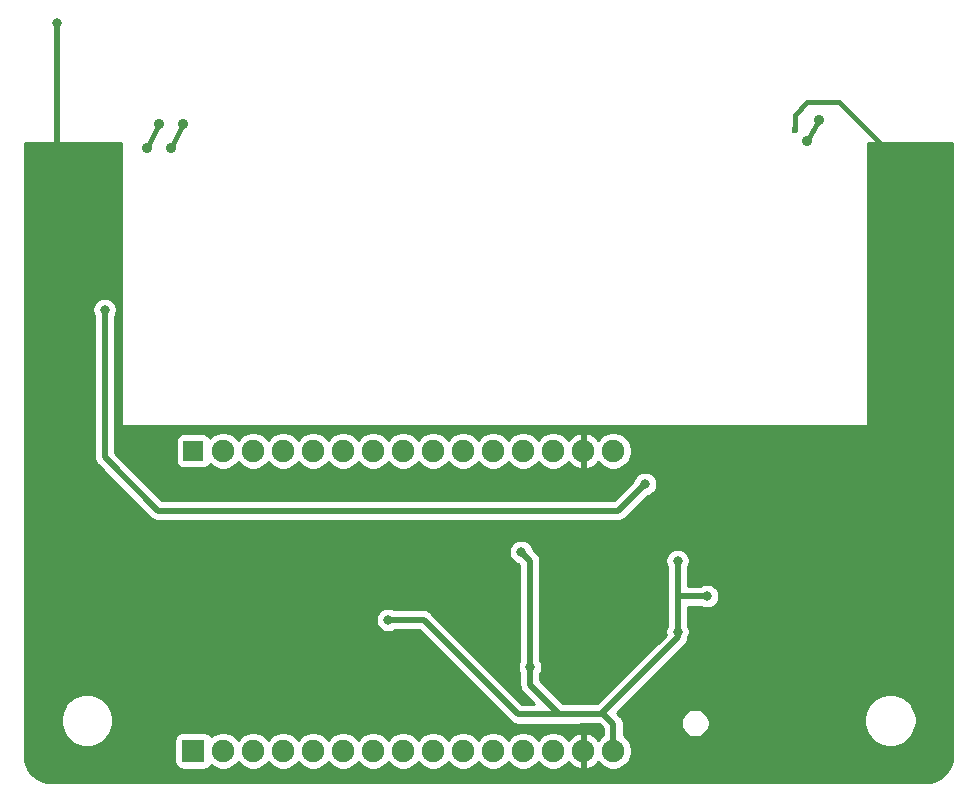
<source format=gbl>
G04 #@! TF.GenerationSoftware,KiCad,Pcbnew,(5.1.6)-1*
G04 #@! TF.CreationDate,2022-08-15T01:44:06-07:00*
G04 #@! TF.ProjectId,MFRC522 PCB ESP32,4d465243-3532-4322-9050-434220455350,rev?*
G04 #@! TF.SameCoordinates,Original*
G04 #@! TF.FileFunction,Copper,L2,Bot*
G04 #@! TF.FilePolarity,Positive*
%FSLAX46Y46*%
G04 Gerber Fmt 4.6, Leading zero omitted, Abs format (unit mm)*
G04 Created by KiCad (PCBNEW (5.1.6)-1) date 2022-08-15 01:44:06*
%MOMM*%
%LPD*%
G01*
G04 APERTURE LIST*
G04 #@! TA.AperFunction,ComponentPad*
%ADD10O,1.900000X1.900000*%
G04 #@! TD*
G04 #@! TA.AperFunction,ComponentPad*
%ADD11R,1.900000X1.900000*%
G04 #@! TD*
G04 #@! TA.AperFunction,ComponentPad*
%ADD12R,1.700000X1.700000*%
G04 #@! TD*
G04 #@! TA.AperFunction,ViaPad*
%ADD13C,0.600000*%
G04 #@! TD*
G04 #@! TA.AperFunction,ViaPad*
%ADD14C,0.800000*%
G04 #@! TD*
G04 #@! TA.AperFunction,ViaPad*
%ADD15C,0.907000*%
G04 #@! TD*
G04 #@! TA.AperFunction,Conductor*
%ADD16C,0.406000*%
G04 #@! TD*
G04 #@! TA.AperFunction,Conductor*
%ADD17C,0.381000*%
G04 #@! TD*
G04 #@! TA.AperFunction,Conductor*
%ADD18C,0.508000*%
G04 #@! TD*
G04 #@! TA.AperFunction,Conductor*
%ADD19C,0.254000*%
G04 #@! TD*
G04 APERTURE END LIST*
D10*
X227560000Y-121600000D03*
X225020000Y-121600000D03*
X222480000Y-121600000D03*
X219940000Y-121600000D03*
X217400000Y-121600000D03*
X214860000Y-121600000D03*
X212320000Y-121600000D03*
X209780000Y-121600000D03*
X207240000Y-121600000D03*
X204700000Y-121600000D03*
X202160000Y-121600000D03*
X199620000Y-121600000D03*
X197080000Y-121600000D03*
X194540000Y-121600000D03*
D11*
X192000000Y-121600000D03*
D10*
X227560000Y-96200000D03*
X225020000Y-96200000D03*
X222480000Y-96200000D03*
X219940000Y-96200000D03*
X217400000Y-96200000D03*
X214860000Y-96200000D03*
X212320000Y-96200000D03*
X209780000Y-96200000D03*
X207240000Y-96200000D03*
X204700000Y-96200000D03*
X202160000Y-96200000D03*
X199620000Y-96200000D03*
X197080000Y-96200000D03*
X194540000Y-96200000D03*
D12*
X192000000Y-96200000D03*
D13*
X189250000Y-103250000D03*
X190250000Y-103250000D03*
X190250000Y-104250000D03*
X189250000Y-104250000D03*
D14*
X227500000Y-109250000D03*
X226500000Y-109250000D03*
X225500000Y-109250000D03*
X225500000Y-108250000D03*
X226500000Y-108250000D03*
X227500000Y-108250000D03*
X227500000Y-107250000D03*
X226500000Y-107250000D03*
X225500000Y-107250000D03*
D13*
X226000000Y-103500000D03*
D15*
X191097000Y-68534000D03*
X190081000Y-70566000D03*
X243929000Y-69931000D03*
X244945000Y-68153000D03*
X189065000Y-68534000D03*
X188049000Y-70566000D03*
D13*
X242913000Y-69042000D03*
D14*
X246000000Y-109000000D03*
X246000000Y-108000000D03*
X245000000Y-108000000D03*
X244000000Y-108000000D03*
X245000000Y-109000000D03*
X243999970Y-109000000D03*
X238500000Y-103500000D03*
X235000000Y-105500012D03*
X224000000Y-116000000D03*
X231500000Y-110500000D03*
X236500000Y-113000000D03*
X218500000Y-114500000D03*
X209250000Y-105250000D03*
X180500000Y-92000000D03*
X180500000Y-76000000D03*
X180500000Y-60000000D03*
X230250000Y-101250000D03*
X225387998Y-99362002D03*
D13*
X222999968Y-111500000D03*
D14*
X184500000Y-84250000D03*
X230250000Y-99000000D03*
X235500000Y-108500000D03*
X233000006Y-105500006D03*
X233000000Y-111500000D03*
X220500000Y-114500000D03*
X219750000Y-104750000D03*
X208500000Y-110500000D03*
D16*
X190081000Y-70566000D02*
X191097000Y-68534000D01*
X189065000Y-68534000D02*
X188049000Y-70566000D01*
X244945000Y-68153000D02*
X243929000Y-69931000D01*
D17*
X242913000Y-67771995D02*
X244004560Y-66680435D01*
X252000000Y-72000000D02*
X255000000Y-72000000D01*
X242913000Y-69042000D02*
X242913000Y-67771995D01*
X244004560Y-66680435D02*
X246680435Y-66680435D01*
X246680435Y-66680435D02*
X252000000Y-72000000D01*
D18*
X180500000Y-60000000D02*
X180500000Y-92000000D01*
X184500000Y-84250000D02*
X184500000Y-84250000D01*
X189000000Y-101250000D02*
X184500000Y-96750000D01*
X230250000Y-99000000D02*
X228000000Y-101250000D01*
X184500000Y-96750000D02*
X184500000Y-84250000D01*
X228000000Y-101250000D02*
X189000000Y-101250000D01*
X233000000Y-108500000D02*
X235500000Y-108500000D01*
X233000000Y-112000000D02*
X233000000Y-111500000D01*
X235500000Y-108500000D02*
X235500000Y-108500000D01*
X233000000Y-105500012D02*
X233000012Y-105500000D01*
X233000000Y-108500000D02*
X233000000Y-105500012D01*
X233000000Y-111500000D02*
X233000000Y-108500000D01*
X226560000Y-118440000D02*
X222940000Y-118440000D01*
X222940000Y-118440000D02*
X220500000Y-116000000D01*
X220500000Y-116000000D02*
X220500000Y-114500000D01*
X220500000Y-114500000D02*
X220500000Y-114500000D01*
X226560000Y-118440000D02*
X233000000Y-112000000D01*
X220500000Y-114500000D02*
X220500000Y-105500000D01*
X220500000Y-105500000D02*
X219750000Y-104750000D01*
D17*
X219750000Y-104750000D02*
X219750000Y-104750000D01*
D18*
X208500000Y-110500000D02*
X208500000Y-110500000D01*
X226690000Y-118440000D02*
X226560000Y-118440000D01*
X227560000Y-121600000D02*
X227560000Y-119310000D01*
X227560000Y-119310000D02*
X226690000Y-118440000D01*
X219500000Y-118500000D02*
X211500000Y-110500000D01*
X224460000Y-118500000D02*
X219500000Y-118500000D01*
X211500000Y-110500000D02*
X208500000Y-110500000D01*
D19*
G36*
X185873000Y-94000000D02*
G01*
X185875440Y-94024776D01*
X185882667Y-94048601D01*
X185894403Y-94070557D01*
X185910197Y-94089803D01*
X185929443Y-94105597D01*
X185951399Y-94117333D01*
X185975224Y-94124560D01*
X186000000Y-94127000D01*
X249000000Y-94127000D01*
X249024776Y-94124560D01*
X249048601Y-94117333D01*
X249070557Y-94105597D01*
X249089803Y-94089803D01*
X249105597Y-94070557D01*
X249117333Y-94048601D01*
X249124560Y-94024776D01*
X249127000Y-94000000D01*
X249127000Y-70127000D01*
X256265000Y-70127000D01*
X256265001Y-121964043D01*
X256218406Y-122439255D01*
X256090838Y-122861781D01*
X255883631Y-123251482D01*
X255604676Y-123593513D01*
X255264601Y-123874849D01*
X254876356Y-124084771D01*
X254454737Y-124215285D01*
X253981726Y-124265000D01*
X180035947Y-124265000D01*
X179560745Y-124218406D01*
X179138219Y-124090838D01*
X178748518Y-123883631D01*
X178406487Y-123604676D01*
X178125151Y-123264601D01*
X177915229Y-122876356D01*
X177784715Y-122454737D01*
X177735000Y-121981726D01*
X177735000Y-118779872D01*
X180765000Y-118779872D01*
X180765000Y-119220128D01*
X180850890Y-119651925D01*
X181019369Y-120058669D01*
X181263962Y-120424729D01*
X181575271Y-120736038D01*
X181941331Y-120980631D01*
X182348075Y-121149110D01*
X182779872Y-121235000D01*
X183220128Y-121235000D01*
X183651925Y-121149110D01*
X184058669Y-120980631D01*
X184424729Y-120736038D01*
X184510767Y-120650000D01*
X190411928Y-120650000D01*
X190411928Y-122550000D01*
X190424188Y-122674482D01*
X190460498Y-122794180D01*
X190519463Y-122904494D01*
X190598815Y-123001185D01*
X190695506Y-123080537D01*
X190805820Y-123139502D01*
X190925518Y-123175812D01*
X191050000Y-123188072D01*
X192950000Y-123188072D01*
X193074482Y-123175812D01*
X193194180Y-123139502D01*
X193304494Y-123080537D01*
X193401185Y-123001185D01*
X193480537Y-122904494D01*
X193523182Y-122824711D01*
X193529621Y-122831150D01*
X193789221Y-123004609D01*
X194077673Y-123124089D01*
X194383891Y-123185000D01*
X194696109Y-123185000D01*
X195002327Y-123124089D01*
X195290779Y-123004609D01*
X195550379Y-122831150D01*
X195771150Y-122610379D01*
X195810000Y-122552236D01*
X195848850Y-122610379D01*
X196069621Y-122831150D01*
X196329221Y-123004609D01*
X196617673Y-123124089D01*
X196923891Y-123185000D01*
X197236109Y-123185000D01*
X197542327Y-123124089D01*
X197830779Y-123004609D01*
X198090379Y-122831150D01*
X198311150Y-122610379D01*
X198350000Y-122552236D01*
X198388850Y-122610379D01*
X198609621Y-122831150D01*
X198869221Y-123004609D01*
X199157673Y-123124089D01*
X199463891Y-123185000D01*
X199776109Y-123185000D01*
X200082327Y-123124089D01*
X200370779Y-123004609D01*
X200630379Y-122831150D01*
X200851150Y-122610379D01*
X200890000Y-122552236D01*
X200928850Y-122610379D01*
X201149621Y-122831150D01*
X201409221Y-123004609D01*
X201697673Y-123124089D01*
X202003891Y-123185000D01*
X202316109Y-123185000D01*
X202622327Y-123124089D01*
X202910779Y-123004609D01*
X203170379Y-122831150D01*
X203391150Y-122610379D01*
X203430000Y-122552236D01*
X203468850Y-122610379D01*
X203689621Y-122831150D01*
X203949221Y-123004609D01*
X204237673Y-123124089D01*
X204543891Y-123185000D01*
X204856109Y-123185000D01*
X205162327Y-123124089D01*
X205450779Y-123004609D01*
X205710379Y-122831150D01*
X205931150Y-122610379D01*
X205970000Y-122552236D01*
X206008850Y-122610379D01*
X206229621Y-122831150D01*
X206489221Y-123004609D01*
X206777673Y-123124089D01*
X207083891Y-123185000D01*
X207396109Y-123185000D01*
X207702327Y-123124089D01*
X207990779Y-123004609D01*
X208250379Y-122831150D01*
X208471150Y-122610379D01*
X208510000Y-122552236D01*
X208548850Y-122610379D01*
X208769621Y-122831150D01*
X209029221Y-123004609D01*
X209317673Y-123124089D01*
X209623891Y-123185000D01*
X209936109Y-123185000D01*
X210242327Y-123124089D01*
X210530779Y-123004609D01*
X210790379Y-122831150D01*
X211011150Y-122610379D01*
X211050000Y-122552236D01*
X211088850Y-122610379D01*
X211309621Y-122831150D01*
X211569221Y-123004609D01*
X211857673Y-123124089D01*
X212163891Y-123185000D01*
X212476109Y-123185000D01*
X212782327Y-123124089D01*
X213070779Y-123004609D01*
X213330379Y-122831150D01*
X213551150Y-122610379D01*
X213590000Y-122552236D01*
X213628850Y-122610379D01*
X213849621Y-122831150D01*
X214109221Y-123004609D01*
X214397673Y-123124089D01*
X214703891Y-123185000D01*
X215016109Y-123185000D01*
X215322327Y-123124089D01*
X215610779Y-123004609D01*
X215870379Y-122831150D01*
X216091150Y-122610379D01*
X216130000Y-122552236D01*
X216168850Y-122610379D01*
X216389621Y-122831150D01*
X216649221Y-123004609D01*
X216937673Y-123124089D01*
X217243891Y-123185000D01*
X217556109Y-123185000D01*
X217862327Y-123124089D01*
X218150779Y-123004609D01*
X218410379Y-122831150D01*
X218631150Y-122610379D01*
X218670000Y-122552236D01*
X218708850Y-122610379D01*
X218929621Y-122831150D01*
X219189221Y-123004609D01*
X219477673Y-123124089D01*
X219783891Y-123185000D01*
X220096109Y-123185000D01*
X220402327Y-123124089D01*
X220690779Y-123004609D01*
X220950379Y-122831150D01*
X221171150Y-122610379D01*
X221210000Y-122552236D01*
X221248850Y-122610379D01*
X221469621Y-122831150D01*
X221729221Y-123004609D01*
X222017673Y-123124089D01*
X222323891Y-123185000D01*
X222636109Y-123185000D01*
X222942327Y-123124089D01*
X223230779Y-123004609D01*
X223490379Y-122831150D01*
X223711150Y-122610379D01*
X223752448Y-122548572D01*
X223946044Y-122765702D01*
X224194097Y-122952822D01*
X224473889Y-123087954D01*
X224647412Y-123140586D01*
X224893000Y-123020584D01*
X224893000Y-121727000D01*
X224873000Y-121727000D01*
X224873000Y-121473000D01*
X224893000Y-121473000D01*
X224893000Y-120179416D01*
X224647412Y-120059414D01*
X224473889Y-120112046D01*
X224194097Y-120247178D01*
X223946044Y-120434298D01*
X223752448Y-120651428D01*
X223711150Y-120589621D01*
X223490379Y-120368850D01*
X223230779Y-120195391D01*
X222942327Y-120075911D01*
X222636109Y-120015000D01*
X222323891Y-120015000D01*
X222017673Y-120075911D01*
X221729221Y-120195391D01*
X221469621Y-120368850D01*
X221248850Y-120589621D01*
X221210000Y-120647764D01*
X221171150Y-120589621D01*
X220950379Y-120368850D01*
X220690779Y-120195391D01*
X220402327Y-120075911D01*
X220096109Y-120015000D01*
X219783891Y-120015000D01*
X219477673Y-120075911D01*
X219189221Y-120195391D01*
X218929621Y-120368850D01*
X218708850Y-120589621D01*
X218670000Y-120647764D01*
X218631150Y-120589621D01*
X218410379Y-120368850D01*
X218150779Y-120195391D01*
X217862327Y-120075911D01*
X217556109Y-120015000D01*
X217243891Y-120015000D01*
X216937673Y-120075911D01*
X216649221Y-120195391D01*
X216389621Y-120368850D01*
X216168850Y-120589621D01*
X216130000Y-120647764D01*
X216091150Y-120589621D01*
X215870379Y-120368850D01*
X215610779Y-120195391D01*
X215322327Y-120075911D01*
X215016109Y-120015000D01*
X214703891Y-120015000D01*
X214397673Y-120075911D01*
X214109221Y-120195391D01*
X213849621Y-120368850D01*
X213628850Y-120589621D01*
X213590000Y-120647764D01*
X213551150Y-120589621D01*
X213330379Y-120368850D01*
X213070779Y-120195391D01*
X212782327Y-120075911D01*
X212476109Y-120015000D01*
X212163891Y-120015000D01*
X211857673Y-120075911D01*
X211569221Y-120195391D01*
X211309621Y-120368850D01*
X211088850Y-120589621D01*
X211050000Y-120647764D01*
X211011150Y-120589621D01*
X210790379Y-120368850D01*
X210530779Y-120195391D01*
X210242327Y-120075911D01*
X209936109Y-120015000D01*
X209623891Y-120015000D01*
X209317673Y-120075911D01*
X209029221Y-120195391D01*
X208769621Y-120368850D01*
X208548850Y-120589621D01*
X208510000Y-120647764D01*
X208471150Y-120589621D01*
X208250379Y-120368850D01*
X207990779Y-120195391D01*
X207702327Y-120075911D01*
X207396109Y-120015000D01*
X207083891Y-120015000D01*
X206777673Y-120075911D01*
X206489221Y-120195391D01*
X206229621Y-120368850D01*
X206008850Y-120589621D01*
X205970000Y-120647764D01*
X205931150Y-120589621D01*
X205710379Y-120368850D01*
X205450779Y-120195391D01*
X205162327Y-120075911D01*
X204856109Y-120015000D01*
X204543891Y-120015000D01*
X204237673Y-120075911D01*
X203949221Y-120195391D01*
X203689621Y-120368850D01*
X203468850Y-120589621D01*
X203430000Y-120647764D01*
X203391150Y-120589621D01*
X203170379Y-120368850D01*
X202910779Y-120195391D01*
X202622327Y-120075911D01*
X202316109Y-120015000D01*
X202003891Y-120015000D01*
X201697673Y-120075911D01*
X201409221Y-120195391D01*
X201149621Y-120368850D01*
X200928850Y-120589621D01*
X200890000Y-120647764D01*
X200851150Y-120589621D01*
X200630379Y-120368850D01*
X200370779Y-120195391D01*
X200082327Y-120075911D01*
X199776109Y-120015000D01*
X199463891Y-120015000D01*
X199157673Y-120075911D01*
X198869221Y-120195391D01*
X198609621Y-120368850D01*
X198388850Y-120589621D01*
X198350000Y-120647764D01*
X198311150Y-120589621D01*
X198090379Y-120368850D01*
X197830779Y-120195391D01*
X197542327Y-120075911D01*
X197236109Y-120015000D01*
X196923891Y-120015000D01*
X196617673Y-120075911D01*
X196329221Y-120195391D01*
X196069621Y-120368850D01*
X195848850Y-120589621D01*
X195810000Y-120647764D01*
X195771150Y-120589621D01*
X195550379Y-120368850D01*
X195290779Y-120195391D01*
X195002327Y-120075911D01*
X194696109Y-120015000D01*
X194383891Y-120015000D01*
X194077673Y-120075911D01*
X193789221Y-120195391D01*
X193529621Y-120368850D01*
X193523182Y-120375289D01*
X193480537Y-120295506D01*
X193401185Y-120198815D01*
X193304494Y-120119463D01*
X193194180Y-120060498D01*
X193074482Y-120024188D01*
X192950000Y-120011928D01*
X191050000Y-120011928D01*
X190925518Y-120024188D01*
X190805820Y-120060498D01*
X190695506Y-120119463D01*
X190598815Y-120198815D01*
X190519463Y-120295506D01*
X190460498Y-120405820D01*
X190424188Y-120525518D01*
X190411928Y-120650000D01*
X184510767Y-120650000D01*
X184736038Y-120424729D01*
X184980631Y-120058669D01*
X185149110Y-119651925D01*
X185235000Y-119220128D01*
X185235000Y-118779872D01*
X185149110Y-118348075D01*
X184980631Y-117941331D01*
X184736038Y-117575271D01*
X184424729Y-117263962D01*
X184058669Y-117019369D01*
X183651925Y-116850890D01*
X183220128Y-116765000D01*
X182779872Y-116765000D01*
X182348075Y-116850890D01*
X181941331Y-117019369D01*
X181575271Y-117263962D01*
X181263962Y-117575271D01*
X181019369Y-117941331D01*
X180850890Y-118348075D01*
X180765000Y-118779872D01*
X177735000Y-118779872D01*
X177735000Y-110398061D01*
X207465000Y-110398061D01*
X207465000Y-110601939D01*
X207504774Y-110801898D01*
X207582795Y-110990256D01*
X207696063Y-111159774D01*
X207840226Y-111303937D01*
X208009744Y-111417205D01*
X208198102Y-111495226D01*
X208398061Y-111535000D01*
X208601939Y-111535000D01*
X208801898Y-111495226D01*
X208990256Y-111417205D01*
X209032468Y-111389000D01*
X211131765Y-111389000D01*
X218840506Y-119097742D01*
X218868341Y-119131659D01*
X219003709Y-119242753D01*
X219158149Y-119325303D01*
X219224058Y-119345296D01*
X219325724Y-119376136D01*
X219358924Y-119379406D01*
X219456333Y-119389000D01*
X219456339Y-119389000D01*
X219499999Y-119393300D01*
X219543659Y-119389000D01*
X224503667Y-119389000D01*
X224634274Y-119376136D01*
X224789663Y-119329000D01*
X226321765Y-119329000D01*
X226671001Y-119678237D01*
X226671001Y-120287747D01*
X226549621Y-120368850D01*
X226328850Y-120589621D01*
X226287552Y-120651428D01*
X226093956Y-120434298D01*
X225845903Y-120247178D01*
X225566111Y-120112046D01*
X225392588Y-120059414D01*
X225147000Y-120179416D01*
X225147000Y-121473000D01*
X225167000Y-121473000D01*
X225167000Y-121727000D01*
X225147000Y-121727000D01*
X225147000Y-123020584D01*
X225392588Y-123140586D01*
X225566111Y-123087954D01*
X225845903Y-122952822D01*
X226093956Y-122765702D01*
X226287552Y-122548572D01*
X226328850Y-122610379D01*
X226549621Y-122831150D01*
X226809221Y-123004609D01*
X227097673Y-123124089D01*
X227403891Y-123185000D01*
X227716109Y-123185000D01*
X228022327Y-123124089D01*
X228310779Y-123004609D01*
X228570379Y-122831150D01*
X228791150Y-122610379D01*
X228964609Y-122350779D01*
X229084089Y-122062327D01*
X229145000Y-121756109D01*
X229145000Y-121443891D01*
X229084089Y-121137673D01*
X228964609Y-120849221D01*
X228791150Y-120589621D01*
X228570379Y-120368850D01*
X228449000Y-120287747D01*
X228449000Y-119353660D01*
X228453300Y-119310000D01*
X228449000Y-119266340D01*
X228449000Y-119266333D01*
X228436136Y-119135726D01*
X228434903Y-119131659D01*
X228434621Y-119130727D01*
X233289000Y-119130727D01*
X233289000Y-119369273D01*
X233335538Y-119603236D01*
X233426825Y-119823624D01*
X233559354Y-120021968D01*
X233728032Y-120190646D01*
X233926376Y-120323175D01*
X234146764Y-120414462D01*
X234380727Y-120461000D01*
X234619273Y-120461000D01*
X234853236Y-120414462D01*
X235073624Y-120323175D01*
X235271968Y-120190646D01*
X235440646Y-120021968D01*
X235573175Y-119823624D01*
X235664462Y-119603236D01*
X235711000Y-119369273D01*
X235711000Y-119130727D01*
X235664462Y-118896764D01*
X235616045Y-118779872D01*
X248765000Y-118779872D01*
X248765000Y-119220128D01*
X248850890Y-119651925D01*
X249019369Y-120058669D01*
X249263962Y-120424729D01*
X249575271Y-120736038D01*
X249941331Y-120980631D01*
X250348075Y-121149110D01*
X250779872Y-121235000D01*
X251220128Y-121235000D01*
X251651925Y-121149110D01*
X252058669Y-120980631D01*
X252424729Y-120736038D01*
X252736038Y-120424729D01*
X252980631Y-120058669D01*
X253149110Y-119651925D01*
X253235000Y-119220128D01*
X253235000Y-118779872D01*
X253149110Y-118348075D01*
X252980631Y-117941331D01*
X252736038Y-117575271D01*
X252424729Y-117263962D01*
X252058669Y-117019369D01*
X251651925Y-116850890D01*
X251220128Y-116765000D01*
X250779872Y-116765000D01*
X250348075Y-116850890D01*
X249941331Y-117019369D01*
X249575271Y-117263962D01*
X249263962Y-117575271D01*
X249019369Y-117941331D01*
X248850890Y-118348075D01*
X248765000Y-118779872D01*
X235616045Y-118779872D01*
X235573175Y-118676376D01*
X235440646Y-118478032D01*
X235271968Y-118309354D01*
X235073624Y-118176825D01*
X234853236Y-118085538D01*
X234619273Y-118039000D01*
X234380727Y-118039000D01*
X234146764Y-118085538D01*
X233926376Y-118176825D01*
X233728032Y-118309354D01*
X233559354Y-118478032D01*
X233426825Y-118676376D01*
X233335538Y-118896764D01*
X233289000Y-119130727D01*
X228434621Y-119130727D01*
X228406413Y-119037740D01*
X228385303Y-118968149D01*
X228302753Y-118813709D01*
X228191659Y-118678341D01*
X228157741Y-118650505D01*
X227882235Y-118375000D01*
X233597737Y-112659498D01*
X233631659Y-112631659D01*
X233742753Y-112496291D01*
X233825303Y-112341851D01*
X233855364Y-112242753D01*
X233876136Y-112174276D01*
X233880333Y-112131659D01*
X233889000Y-112043667D01*
X233889000Y-112043661D01*
X233890293Y-112030533D01*
X233917205Y-111990256D01*
X233995226Y-111801898D01*
X234035000Y-111601939D01*
X234035000Y-111398061D01*
X233995226Y-111198102D01*
X233917205Y-111009744D01*
X233889000Y-110967532D01*
X233889000Y-109389000D01*
X234967532Y-109389000D01*
X235009744Y-109417205D01*
X235198102Y-109495226D01*
X235398061Y-109535000D01*
X235601939Y-109535000D01*
X235801898Y-109495226D01*
X235990256Y-109417205D01*
X236159774Y-109303937D01*
X236303937Y-109159774D01*
X236417205Y-108990256D01*
X236495226Y-108801898D01*
X236535000Y-108601939D01*
X236535000Y-108398061D01*
X236495226Y-108198102D01*
X236417205Y-108009744D01*
X236303937Y-107840226D01*
X236159774Y-107696063D01*
X235990256Y-107582795D01*
X235801898Y-107504774D01*
X235601939Y-107465000D01*
X235398061Y-107465000D01*
X235198102Y-107504774D01*
X235009744Y-107582795D01*
X234967532Y-107611000D01*
X233889000Y-107611000D01*
X233889000Y-106032483D01*
X233917211Y-105990262D01*
X233995232Y-105801904D01*
X234035006Y-105601945D01*
X234035006Y-105398067D01*
X233995232Y-105198108D01*
X233917211Y-105009750D01*
X233803943Y-104840232D01*
X233659780Y-104696069D01*
X233490262Y-104582801D01*
X233301904Y-104504780D01*
X233101945Y-104465006D01*
X232898067Y-104465006D01*
X232698108Y-104504780D01*
X232509750Y-104582801D01*
X232340232Y-104696069D01*
X232196069Y-104840232D01*
X232082801Y-105009750D01*
X232004780Y-105198108D01*
X231965006Y-105398067D01*
X231965006Y-105601945D01*
X232004780Y-105801904D01*
X232082801Y-105990262D01*
X232111001Y-106032466D01*
X232111000Y-108456332D01*
X232106699Y-108500000D01*
X232111001Y-108543677D01*
X232111000Y-110967532D01*
X232082795Y-111009744D01*
X232004774Y-111198102D01*
X231965000Y-111398061D01*
X231965000Y-111601939D01*
X231994171Y-111748594D01*
X226191765Y-117551000D01*
X223308236Y-117551000D01*
X221389000Y-115631765D01*
X221389000Y-115032468D01*
X221417205Y-114990256D01*
X221495226Y-114801898D01*
X221535000Y-114601939D01*
X221535000Y-114398061D01*
X221495226Y-114198102D01*
X221417205Y-114009744D01*
X221389000Y-113967532D01*
X221389000Y-105543659D01*
X221393300Y-105499999D01*
X221389000Y-105456339D01*
X221389000Y-105456333D01*
X221376136Y-105325726D01*
X221376136Y-105325724D01*
X221337424Y-105198108D01*
X221325303Y-105158149D01*
X221242753Y-105003709D01*
X221131659Y-104868341D01*
X221097741Y-104840505D01*
X220755130Y-104497895D01*
X220745226Y-104448102D01*
X220667205Y-104259744D01*
X220553937Y-104090226D01*
X220409774Y-103946063D01*
X220240256Y-103832795D01*
X220051898Y-103754774D01*
X219851939Y-103715000D01*
X219648061Y-103715000D01*
X219448102Y-103754774D01*
X219259744Y-103832795D01*
X219090226Y-103946063D01*
X218946063Y-104090226D01*
X218832795Y-104259744D01*
X218754774Y-104448102D01*
X218715000Y-104648061D01*
X218715000Y-104851939D01*
X218754774Y-105051898D01*
X218832795Y-105240256D01*
X218946063Y-105409774D01*
X219090226Y-105553937D01*
X219259744Y-105667205D01*
X219448102Y-105745226D01*
X219497895Y-105755130D01*
X219611001Y-105868237D01*
X219611000Y-113967532D01*
X219582795Y-114009744D01*
X219504774Y-114198102D01*
X219465000Y-114398061D01*
X219465000Y-114601939D01*
X219504774Y-114801898D01*
X219582795Y-114990256D01*
X219611001Y-115032469D01*
X219611000Y-115956340D01*
X219606700Y-116000000D01*
X219611000Y-116043660D01*
X219611000Y-116043666D01*
X219623864Y-116174273D01*
X219674697Y-116341850D01*
X219757247Y-116496290D01*
X219868341Y-116631659D01*
X219902264Y-116659499D01*
X220853765Y-117611000D01*
X219868236Y-117611000D01*
X212159499Y-109902264D01*
X212131659Y-109868341D01*
X211996291Y-109757247D01*
X211841851Y-109674697D01*
X211674274Y-109623864D01*
X211543667Y-109611000D01*
X211543660Y-109611000D01*
X211500000Y-109606700D01*
X211456340Y-109611000D01*
X209032468Y-109611000D01*
X208990256Y-109582795D01*
X208801898Y-109504774D01*
X208601939Y-109465000D01*
X208398061Y-109465000D01*
X208198102Y-109504774D01*
X208009744Y-109582795D01*
X207840226Y-109696063D01*
X207696063Y-109840226D01*
X207582795Y-110009744D01*
X207504774Y-110198102D01*
X207465000Y-110398061D01*
X177735000Y-110398061D01*
X177735000Y-84148061D01*
X183465000Y-84148061D01*
X183465000Y-84351939D01*
X183504774Y-84551898D01*
X183582795Y-84740256D01*
X183611001Y-84782469D01*
X183611000Y-96706340D01*
X183606700Y-96750000D01*
X183611000Y-96793660D01*
X183611000Y-96793666D01*
X183623864Y-96924273D01*
X183674697Y-97091850D01*
X183757247Y-97246290D01*
X183868341Y-97381659D01*
X183902264Y-97409499D01*
X188340506Y-101847742D01*
X188368341Y-101881659D01*
X188503709Y-101992753D01*
X188658149Y-102075303D01*
X188752758Y-102104002D01*
X188825725Y-102126136D01*
X188844073Y-102127943D01*
X188956333Y-102139000D01*
X188956339Y-102139000D01*
X188999999Y-102143300D01*
X189043659Y-102139000D01*
X227956340Y-102139000D01*
X228000000Y-102143300D01*
X228043660Y-102139000D01*
X228043667Y-102139000D01*
X228174274Y-102126136D01*
X228341851Y-102075303D01*
X228496291Y-101992753D01*
X228631659Y-101881659D01*
X228659499Y-101847736D01*
X230502106Y-100005130D01*
X230551898Y-99995226D01*
X230740256Y-99917205D01*
X230909774Y-99803937D01*
X231053937Y-99659774D01*
X231167205Y-99490256D01*
X231245226Y-99301898D01*
X231285000Y-99101939D01*
X231285000Y-98898061D01*
X231245226Y-98698102D01*
X231167205Y-98509744D01*
X231053937Y-98340226D01*
X230909774Y-98196063D01*
X230740256Y-98082795D01*
X230551898Y-98004774D01*
X230351939Y-97965000D01*
X230148061Y-97965000D01*
X229948102Y-98004774D01*
X229759744Y-98082795D01*
X229590226Y-98196063D01*
X229446063Y-98340226D01*
X229332795Y-98509744D01*
X229254774Y-98698102D01*
X229244870Y-98747894D01*
X227631765Y-100361000D01*
X189368236Y-100361000D01*
X185389000Y-96381765D01*
X185389000Y-95350000D01*
X190511928Y-95350000D01*
X190511928Y-97050000D01*
X190524188Y-97174482D01*
X190560498Y-97294180D01*
X190619463Y-97404494D01*
X190698815Y-97501185D01*
X190795506Y-97580537D01*
X190905820Y-97639502D01*
X191025518Y-97675812D01*
X191150000Y-97688072D01*
X192850000Y-97688072D01*
X192974482Y-97675812D01*
X193094180Y-97639502D01*
X193204494Y-97580537D01*
X193301185Y-97501185D01*
X193380537Y-97404494D01*
X193423182Y-97324711D01*
X193529621Y-97431150D01*
X193789221Y-97604609D01*
X194077673Y-97724089D01*
X194383891Y-97785000D01*
X194696109Y-97785000D01*
X195002327Y-97724089D01*
X195290779Y-97604609D01*
X195550379Y-97431150D01*
X195771150Y-97210379D01*
X195810000Y-97152236D01*
X195848850Y-97210379D01*
X196069621Y-97431150D01*
X196329221Y-97604609D01*
X196617673Y-97724089D01*
X196923891Y-97785000D01*
X197236109Y-97785000D01*
X197542327Y-97724089D01*
X197830779Y-97604609D01*
X198090379Y-97431150D01*
X198311150Y-97210379D01*
X198350000Y-97152236D01*
X198388850Y-97210379D01*
X198609621Y-97431150D01*
X198869221Y-97604609D01*
X199157673Y-97724089D01*
X199463891Y-97785000D01*
X199776109Y-97785000D01*
X200082327Y-97724089D01*
X200370779Y-97604609D01*
X200630379Y-97431150D01*
X200851150Y-97210379D01*
X200890000Y-97152236D01*
X200928850Y-97210379D01*
X201149621Y-97431150D01*
X201409221Y-97604609D01*
X201697673Y-97724089D01*
X202003891Y-97785000D01*
X202316109Y-97785000D01*
X202622327Y-97724089D01*
X202910779Y-97604609D01*
X203170379Y-97431150D01*
X203391150Y-97210379D01*
X203430000Y-97152236D01*
X203468850Y-97210379D01*
X203689621Y-97431150D01*
X203949221Y-97604609D01*
X204237673Y-97724089D01*
X204543891Y-97785000D01*
X204856109Y-97785000D01*
X205162327Y-97724089D01*
X205450779Y-97604609D01*
X205710379Y-97431150D01*
X205931150Y-97210379D01*
X205970000Y-97152236D01*
X206008850Y-97210379D01*
X206229621Y-97431150D01*
X206489221Y-97604609D01*
X206777673Y-97724089D01*
X207083891Y-97785000D01*
X207396109Y-97785000D01*
X207702327Y-97724089D01*
X207990779Y-97604609D01*
X208250379Y-97431150D01*
X208471150Y-97210379D01*
X208510000Y-97152236D01*
X208548850Y-97210379D01*
X208769621Y-97431150D01*
X209029221Y-97604609D01*
X209317673Y-97724089D01*
X209623891Y-97785000D01*
X209936109Y-97785000D01*
X210242327Y-97724089D01*
X210530779Y-97604609D01*
X210790379Y-97431150D01*
X211011150Y-97210379D01*
X211050000Y-97152236D01*
X211088850Y-97210379D01*
X211309621Y-97431150D01*
X211569221Y-97604609D01*
X211857673Y-97724089D01*
X212163891Y-97785000D01*
X212476109Y-97785000D01*
X212782327Y-97724089D01*
X213070779Y-97604609D01*
X213330379Y-97431150D01*
X213551150Y-97210379D01*
X213590000Y-97152236D01*
X213628850Y-97210379D01*
X213849621Y-97431150D01*
X214109221Y-97604609D01*
X214397673Y-97724089D01*
X214703891Y-97785000D01*
X215016109Y-97785000D01*
X215322327Y-97724089D01*
X215610779Y-97604609D01*
X215870379Y-97431150D01*
X216091150Y-97210379D01*
X216130000Y-97152236D01*
X216168850Y-97210379D01*
X216389621Y-97431150D01*
X216649221Y-97604609D01*
X216937673Y-97724089D01*
X217243891Y-97785000D01*
X217556109Y-97785000D01*
X217862327Y-97724089D01*
X218150779Y-97604609D01*
X218410379Y-97431150D01*
X218631150Y-97210379D01*
X218670000Y-97152236D01*
X218708850Y-97210379D01*
X218929621Y-97431150D01*
X219189221Y-97604609D01*
X219477673Y-97724089D01*
X219783891Y-97785000D01*
X220096109Y-97785000D01*
X220402327Y-97724089D01*
X220690779Y-97604609D01*
X220950379Y-97431150D01*
X221171150Y-97210379D01*
X221210000Y-97152236D01*
X221248850Y-97210379D01*
X221469621Y-97431150D01*
X221729221Y-97604609D01*
X222017673Y-97724089D01*
X222323891Y-97785000D01*
X222636109Y-97785000D01*
X222942327Y-97724089D01*
X223230779Y-97604609D01*
X223490379Y-97431150D01*
X223711150Y-97210379D01*
X223752448Y-97148572D01*
X223946044Y-97365702D01*
X224194097Y-97552822D01*
X224473889Y-97687954D01*
X224647412Y-97740586D01*
X224893000Y-97620584D01*
X224893000Y-96327000D01*
X224873000Y-96327000D01*
X224873000Y-96073000D01*
X224893000Y-96073000D01*
X224893000Y-94779416D01*
X225147000Y-94779416D01*
X225147000Y-96073000D01*
X225167000Y-96073000D01*
X225167000Y-96327000D01*
X225147000Y-96327000D01*
X225147000Y-97620584D01*
X225392588Y-97740586D01*
X225566111Y-97687954D01*
X225845903Y-97552822D01*
X226093956Y-97365702D01*
X226287552Y-97148572D01*
X226328850Y-97210379D01*
X226549621Y-97431150D01*
X226809221Y-97604609D01*
X227097673Y-97724089D01*
X227403891Y-97785000D01*
X227716109Y-97785000D01*
X228022327Y-97724089D01*
X228310779Y-97604609D01*
X228570379Y-97431150D01*
X228791150Y-97210379D01*
X228964609Y-96950779D01*
X229084089Y-96662327D01*
X229145000Y-96356109D01*
X229145000Y-96043891D01*
X229084089Y-95737673D01*
X228964609Y-95449221D01*
X228791150Y-95189621D01*
X228570379Y-94968850D01*
X228310779Y-94795391D01*
X228022327Y-94675911D01*
X227716109Y-94615000D01*
X227403891Y-94615000D01*
X227097673Y-94675911D01*
X226809221Y-94795391D01*
X226549621Y-94968850D01*
X226328850Y-95189621D01*
X226287552Y-95251428D01*
X226093956Y-95034298D01*
X225845903Y-94847178D01*
X225566111Y-94712046D01*
X225392588Y-94659414D01*
X225147000Y-94779416D01*
X224893000Y-94779416D01*
X224647412Y-94659414D01*
X224473889Y-94712046D01*
X224194097Y-94847178D01*
X223946044Y-95034298D01*
X223752448Y-95251428D01*
X223711150Y-95189621D01*
X223490379Y-94968850D01*
X223230779Y-94795391D01*
X222942327Y-94675911D01*
X222636109Y-94615000D01*
X222323891Y-94615000D01*
X222017673Y-94675911D01*
X221729221Y-94795391D01*
X221469621Y-94968850D01*
X221248850Y-95189621D01*
X221210000Y-95247764D01*
X221171150Y-95189621D01*
X220950379Y-94968850D01*
X220690779Y-94795391D01*
X220402327Y-94675911D01*
X220096109Y-94615000D01*
X219783891Y-94615000D01*
X219477673Y-94675911D01*
X219189221Y-94795391D01*
X218929621Y-94968850D01*
X218708850Y-95189621D01*
X218670000Y-95247764D01*
X218631150Y-95189621D01*
X218410379Y-94968850D01*
X218150779Y-94795391D01*
X217862327Y-94675911D01*
X217556109Y-94615000D01*
X217243891Y-94615000D01*
X216937673Y-94675911D01*
X216649221Y-94795391D01*
X216389621Y-94968850D01*
X216168850Y-95189621D01*
X216130000Y-95247764D01*
X216091150Y-95189621D01*
X215870379Y-94968850D01*
X215610779Y-94795391D01*
X215322327Y-94675911D01*
X215016109Y-94615000D01*
X214703891Y-94615000D01*
X214397673Y-94675911D01*
X214109221Y-94795391D01*
X213849621Y-94968850D01*
X213628850Y-95189621D01*
X213590000Y-95247764D01*
X213551150Y-95189621D01*
X213330379Y-94968850D01*
X213070779Y-94795391D01*
X212782327Y-94675911D01*
X212476109Y-94615000D01*
X212163891Y-94615000D01*
X211857673Y-94675911D01*
X211569221Y-94795391D01*
X211309621Y-94968850D01*
X211088850Y-95189621D01*
X211050000Y-95247764D01*
X211011150Y-95189621D01*
X210790379Y-94968850D01*
X210530779Y-94795391D01*
X210242327Y-94675911D01*
X209936109Y-94615000D01*
X209623891Y-94615000D01*
X209317673Y-94675911D01*
X209029221Y-94795391D01*
X208769621Y-94968850D01*
X208548850Y-95189621D01*
X208510000Y-95247764D01*
X208471150Y-95189621D01*
X208250379Y-94968850D01*
X207990779Y-94795391D01*
X207702327Y-94675911D01*
X207396109Y-94615000D01*
X207083891Y-94615000D01*
X206777673Y-94675911D01*
X206489221Y-94795391D01*
X206229621Y-94968850D01*
X206008850Y-95189621D01*
X205970000Y-95247764D01*
X205931150Y-95189621D01*
X205710379Y-94968850D01*
X205450779Y-94795391D01*
X205162327Y-94675911D01*
X204856109Y-94615000D01*
X204543891Y-94615000D01*
X204237673Y-94675911D01*
X203949221Y-94795391D01*
X203689621Y-94968850D01*
X203468850Y-95189621D01*
X203430000Y-95247764D01*
X203391150Y-95189621D01*
X203170379Y-94968850D01*
X202910779Y-94795391D01*
X202622327Y-94675911D01*
X202316109Y-94615000D01*
X202003891Y-94615000D01*
X201697673Y-94675911D01*
X201409221Y-94795391D01*
X201149621Y-94968850D01*
X200928850Y-95189621D01*
X200890000Y-95247764D01*
X200851150Y-95189621D01*
X200630379Y-94968850D01*
X200370779Y-94795391D01*
X200082327Y-94675911D01*
X199776109Y-94615000D01*
X199463891Y-94615000D01*
X199157673Y-94675911D01*
X198869221Y-94795391D01*
X198609621Y-94968850D01*
X198388850Y-95189621D01*
X198350000Y-95247764D01*
X198311150Y-95189621D01*
X198090379Y-94968850D01*
X197830779Y-94795391D01*
X197542327Y-94675911D01*
X197236109Y-94615000D01*
X196923891Y-94615000D01*
X196617673Y-94675911D01*
X196329221Y-94795391D01*
X196069621Y-94968850D01*
X195848850Y-95189621D01*
X195810000Y-95247764D01*
X195771150Y-95189621D01*
X195550379Y-94968850D01*
X195290779Y-94795391D01*
X195002327Y-94675911D01*
X194696109Y-94615000D01*
X194383891Y-94615000D01*
X194077673Y-94675911D01*
X193789221Y-94795391D01*
X193529621Y-94968850D01*
X193423182Y-95075289D01*
X193380537Y-94995506D01*
X193301185Y-94898815D01*
X193204494Y-94819463D01*
X193094180Y-94760498D01*
X192974482Y-94724188D01*
X192850000Y-94711928D01*
X191150000Y-94711928D01*
X191025518Y-94724188D01*
X190905820Y-94760498D01*
X190795506Y-94819463D01*
X190698815Y-94898815D01*
X190619463Y-94995506D01*
X190560498Y-95105820D01*
X190524188Y-95225518D01*
X190511928Y-95350000D01*
X185389000Y-95350000D01*
X185389000Y-84782468D01*
X185417205Y-84740256D01*
X185495226Y-84551898D01*
X185535000Y-84351939D01*
X185535000Y-84148061D01*
X185495226Y-83948102D01*
X185417205Y-83759744D01*
X185303937Y-83590226D01*
X185159774Y-83446063D01*
X184990256Y-83332795D01*
X184801898Y-83254774D01*
X184601939Y-83215000D01*
X184398061Y-83215000D01*
X184198102Y-83254774D01*
X184009744Y-83332795D01*
X183840226Y-83446063D01*
X183696063Y-83590226D01*
X183582795Y-83759744D01*
X183504774Y-83948102D01*
X183465000Y-84148061D01*
X177735000Y-84148061D01*
X177735000Y-70127000D01*
X185873000Y-70127000D01*
X185873000Y-94000000D01*
G37*
X185873000Y-94000000D02*
X185875440Y-94024776D01*
X185882667Y-94048601D01*
X185894403Y-94070557D01*
X185910197Y-94089803D01*
X185929443Y-94105597D01*
X185951399Y-94117333D01*
X185975224Y-94124560D01*
X186000000Y-94127000D01*
X249000000Y-94127000D01*
X249024776Y-94124560D01*
X249048601Y-94117333D01*
X249070557Y-94105597D01*
X249089803Y-94089803D01*
X249105597Y-94070557D01*
X249117333Y-94048601D01*
X249124560Y-94024776D01*
X249127000Y-94000000D01*
X249127000Y-70127000D01*
X256265000Y-70127000D01*
X256265001Y-121964043D01*
X256218406Y-122439255D01*
X256090838Y-122861781D01*
X255883631Y-123251482D01*
X255604676Y-123593513D01*
X255264601Y-123874849D01*
X254876356Y-124084771D01*
X254454737Y-124215285D01*
X253981726Y-124265000D01*
X180035947Y-124265000D01*
X179560745Y-124218406D01*
X179138219Y-124090838D01*
X178748518Y-123883631D01*
X178406487Y-123604676D01*
X178125151Y-123264601D01*
X177915229Y-122876356D01*
X177784715Y-122454737D01*
X177735000Y-121981726D01*
X177735000Y-118779872D01*
X180765000Y-118779872D01*
X180765000Y-119220128D01*
X180850890Y-119651925D01*
X181019369Y-120058669D01*
X181263962Y-120424729D01*
X181575271Y-120736038D01*
X181941331Y-120980631D01*
X182348075Y-121149110D01*
X182779872Y-121235000D01*
X183220128Y-121235000D01*
X183651925Y-121149110D01*
X184058669Y-120980631D01*
X184424729Y-120736038D01*
X184510767Y-120650000D01*
X190411928Y-120650000D01*
X190411928Y-122550000D01*
X190424188Y-122674482D01*
X190460498Y-122794180D01*
X190519463Y-122904494D01*
X190598815Y-123001185D01*
X190695506Y-123080537D01*
X190805820Y-123139502D01*
X190925518Y-123175812D01*
X191050000Y-123188072D01*
X192950000Y-123188072D01*
X193074482Y-123175812D01*
X193194180Y-123139502D01*
X193304494Y-123080537D01*
X193401185Y-123001185D01*
X193480537Y-122904494D01*
X193523182Y-122824711D01*
X193529621Y-122831150D01*
X193789221Y-123004609D01*
X194077673Y-123124089D01*
X194383891Y-123185000D01*
X194696109Y-123185000D01*
X195002327Y-123124089D01*
X195290779Y-123004609D01*
X195550379Y-122831150D01*
X195771150Y-122610379D01*
X195810000Y-122552236D01*
X195848850Y-122610379D01*
X196069621Y-122831150D01*
X196329221Y-123004609D01*
X196617673Y-123124089D01*
X196923891Y-123185000D01*
X197236109Y-123185000D01*
X197542327Y-123124089D01*
X197830779Y-123004609D01*
X198090379Y-122831150D01*
X198311150Y-122610379D01*
X198350000Y-122552236D01*
X198388850Y-122610379D01*
X198609621Y-122831150D01*
X198869221Y-123004609D01*
X199157673Y-123124089D01*
X199463891Y-123185000D01*
X199776109Y-123185000D01*
X200082327Y-123124089D01*
X200370779Y-123004609D01*
X200630379Y-122831150D01*
X200851150Y-122610379D01*
X200890000Y-122552236D01*
X200928850Y-122610379D01*
X201149621Y-122831150D01*
X201409221Y-123004609D01*
X201697673Y-123124089D01*
X202003891Y-123185000D01*
X202316109Y-123185000D01*
X202622327Y-123124089D01*
X202910779Y-123004609D01*
X203170379Y-122831150D01*
X203391150Y-122610379D01*
X203430000Y-122552236D01*
X203468850Y-122610379D01*
X203689621Y-122831150D01*
X203949221Y-123004609D01*
X204237673Y-123124089D01*
X204543891Y-123185000D01*
X204856109Y-123185000D01*
X205162327Y-123124089D01*
X205450779Y-123004609D01*
X205710379Y-122831150D01*
X205931150Y-122610379D01*
X205970000Y-122552236D01*
X206008850Y-122610379D01*
X206229621Y-122831150D01*
X206489221Y-123004609D01*
X206777673Y-123124089D01*
X207083891Y-123185000D01*
X207396109Y-123185000D01*
X207702327Y-123124089D01*
X207990779Y-123004609D01*
X208250379Y-122831150D01*
X208471150Y-122610379D01*
X208510000Y-122552236D01*
X208548850Y-122610379D01*
X208769621Y-122831150D01*
X209029221Y-123004609D01*
X209317673Y-123124089D01*
X209623891Y-123185000D01*
X209936109Y-123185000D01*
X210242327Y-123124089D01*
X210530779Y-123004609D01*
X210790379Y-122831150D01*
X211011150Y-122610379D01*
X211050000Y-122552236D01*
X211088850Y-122610379D01*
X211309621Y-122831150D01*
X211569221Y-123004609D01*
X211857673Y-123124089D01*
X212163891Y-123185000D01*
X212476109Y-123185000D01*
X212782327Y-123124089D01*
X213070779Y-123004609D01*
X213330379Y-122831150D01*
X213551150Y-122610379D01*
X213590000Y-122552236D01*
X213628850Y-122610379D01*
X213849621Y-122831150D01*
X214109221Y-123004609D01*
X214397673Y-123124089D01*
X214703891Y-123185000D01*
X215016109Y-123185000D01*
X215322327Y-123124089D01*
X215610779Y-123004609D01*
X215870379Y-122831150D01*
X216091150Y-122610379D01*
X216130000Y-122552236D01*
X216168850Y-122610379D01*
X216389621Y-122831150D01*
X216649221Y-123004609D01*
X216937673Y-123124089D01*
X217243891Y-123185000D01*
X217556109Y-123185000D01*
X217862327Y-123124089D01*
X218150779Y-123004609D01*
X218410379Y-122831150D01*
X218631150Y-122610379D01*
X218670000Y-122552236D01*
X218708850Y-122610379D01*
X218929621Y-122831150D01*
X219189221Y-123004609D01*
X219477673Y-123124089D01*
X219783891Y-123185000D01*
X220096109Y-123185000D01*
X220402327Y-123124089D01*
X220690779Y-123004609D01*
X220950379Y-122831150D01*
X221171150Y-122610379D01*
X221210000Y-122552236D01*
X221248850Y-122610379D01*
X221469621Y-122831150D01*
X221729221Y-123004609D01*
X222017673Y-123124089D01*
X222323891Y-123185000D01*
X222636109Y-123185000D01*
X222942327Y-123124089D01*
X223230779Y-123004609D01*
X223490379Y-122831150D01*
X223711150Y-122610379D01*
X223752448Y-122548572D01*
X223946044Y-122765702D01*
X224194097Y-122952822D01*
X224473889Y-123087954D01*
X224647412Y-123140586D01*
X224893000Y-123020584D01*
X224893000Y-121727000D01*
X224873000Y-121727000D01*
X224873000Y-121473000D01*
X224893000Y-121473000D01*
X224893000Y-120179416D01*
X224647412Y-120059414D01*
X224473889Y-120112046D01*
X224194097Y-120247178D01*
X223946044Y-120434298D01*
X223752448Y-120651428D01*
X223711150Y-120589621D01*
X223490379Y-120368850D01*
X223230779Y-120195391D01*
X222942327Y-120075911D01*
X222636109Y-120015000D01*
X222323891Y-120015000D01*
X222017673Y-120075911D01*
X221729221Y-120195391D01*
X221469621Y-120368850D01*
X221248850Y-120589621D01*
X221210000Y-120647764D01*
X221171150Y-120589621D01*
X220950379Y-120368850D01*
X220690779Y-120195391D01*
X220402327Y-120075911D01*
X220096109Y-120015000D01*
X219783891Y-120015000D01*
X219477673Y-120075911D01*
X219189221Y-120195391D01*
X218929621Y-120368850D01*
X218708850Y-120589621D01*
X218670000Y-120647764D01*
X218631150Y-120589621D01*
X218410379Y-120368850D01*
X218150779Y-120195391D01*
X217862327Y-120075911D01*
X217556109Y-120015000D01*
X217243891Y-120015000D01*
X216937673Y-120075911D01*
X216649221Y-120195391D01*
X216389621Y-120368850D01*
X216168850Y-120589621D01*
X216130000Y-120647764D01*
X216091150Y-120589621D01*
X215870379Y-120368850D01*
X215610779Y-120195391D01*
X215322327Y-120075911D01*
X215016109Y-120015000D01*
X214703891Y-120015000D01*
X214397673Y-120075911D01*
X214109221Y-120195391D01*
X213849621Y-120368850D01*
X213628850Y-120589621D01*
X213590000Y-120647764D01*
X213551150Y-120589621D01*
X213330379Y-120368850D01*
X213070779Y-120195391D01*
X212782327Y-120075911D01*
X212476109Y-120015000D01*
X212163891Y-120015000D01*
X211857673Y-120075911D01*
X211569221Y-120195391D01*
X211309621Y-120368850D01*
X211088850Y-120589621D01*
X211050000Y-120647764D01*
X211011150Y-120589621D01*
X210790379Y-120368850D01*
X210530779Y-120195391D01*
X210242327Y-120075911D01*
X209936109Y-120015000D01*
X209623891Y-120015000D01*
X209317673Y-120075911D01*
X209029221Y-120195391D01*
X208769621Y-120368850D01*
X208548850Y-120589621D01*
X208510000Y-120647764D01*
X208471150Y-120589621D01*
X208250379Y-120368850D01*
X207990779Y-120195391D01*
X207702327Y-120075911D01*
X207396109Y-120015000D01*
X207083891Y-120015000D01*
X206777673Y-120075911D01*
X206489221Y-120195391D01*
X206229621Y-120368850D01*
X206008850Y-120589621D01*
X205970000Y-120647764D01*
X205931150Y-120589621D01*
X205710379Y-120368850D01*
X205450779Y-120195391D01*
X205162327Y-120075911D01*
X204856109Y-120015000D01*
X204543891Y-120015000D01*
X204237673Y-120075911D01*
X203949221Y-120195391D01*
X203689621Y-120368850D01*
X203468850Y-120589621D01*
X203430000Y-120647764D01*
X203391150Y-120589621D01*
X203170379Y-120368850D01*
X202910779Y-120195391D01*
X202622327Y-120075911D01*
X202316109Y-120015000D01*
X202003891Y-120015000D01*
X201697673Y-120075911D01*
X201409221Y-120195391D01*
X201149621Y-120368850D01*
X200928850Y-120589621D01*
X200890000Y-120647764D01*
X200851150Y-120589621D01*
X200630379Y-120368850D01*
X200370779Y-120195391D01*
X200082327Y-120075911D01*
X199776109Y-120015000D01*
X199463891Y-120015000D01*
X199157673Y-120075911D01*
X198869221Y-120195391D01*
X198609621Y-120368850D01*
X198388850Y-120589621D01*
X198350000Y-120647764D01*
X198311150Y-120589621D01*
X198090379Y-120368850D01*
X197830779Y-120195391D01*
X197542327Y-120075911D01*
X197236109Y-120015000D01*
X196923891Y-120015000D01*
X196617673Y-120075911D01*
X196329221Y-120195391D01*
X196069621Y-120368850D01*
X195848850Y-120589621D01*
X195810000Y-120647764D01*
X195771150Y-120589621D01*
X195550379Y-120368850D01*
X195290779Y-120195391D01*
X195002327Y-120075911D01*
X194696109Y-120015000D01*
X194383891Y-120015000D01*
X194077673Y-120075911D01*
X193789221Y-120195391D01*
X193529621Y-120368850D01*
X193523182Y-120375289D01*
X193480537Y-120295506D01*
X193401185Y-120198815D01*
X193304494Y-120119463D01*
X193194180Y-120060498D01*
X193074482Y-120024188D01*
X192950000Y-120011928D01*
X191050000Y-120011928D01*
X190925518Y-120024188D01*
X190805820Y-120060498D01*
X190695506Y-120119463D01*
X190598815Y-120198815D01*
X190519463Y-120295506D01*
X190460498Y-120405820D01*
X190424188Y-120525518D01*
X190411928Y-120650000D01*
X184510767Y-120650000D01*
X184736038Y-120424729D01*
X184980631Y-120058669D01*
X185149110Y-119651925D01*
X185235000Y-119220128D01*
X185235000Y-118779872D01*
X185149110Y-118348075D01*
X184980631Y-117941331D01*
X184736038Y-117575271D01*
X184424729Y-117263962D01*
X184058669Y-117019369D01*
X183651925Y-116850890D01*
X183220128Y-116765000D01*
X182779872Y-116765000D01*
X182348075Y-116850890D01*
X181941331Y-117019369D01*
X181575271Y-117263962D01*
X181263962Y-117575271D01*
X181019369Y-117941331D01*
X180850890Y-118348075D01*
X180765000Y-118779872D01*
X177735000Y-118779872D01*
X177735000Y-110398061D01*
X207465000Y-110398061D01*
X207465000Y-110601939D01*
X207504774Y-110801898D01*
X207582795Y-110990256D01*
X207696063Y-111159774D01*
X207840226Y-111303937D01*
X208009744Y-111417205D01*
X208198102Y-111495226D01*
X208398061Y-111535000D01*
X208601939Y-111535000D01*
X208801898Y-111495226D01*
X208990256Y-111417205D01*
X209032468Y-111389000D01*
X211131765Y-111389000D01*
X218840506Y-119097742D01*
X218868341Y-119131659D01*
X219003709Y-119242753D01*
X219158149Y-119325303D01*
X219224058Y-119345296D01*
X219325724Y-119376136D01*
X219358924Y-119379406D01*
X219456333Y-119389000D01*
X219456339Y-119389000D01*
X219499999Y-119393300D01*
X219543659Y-119389000D01*
X224503667Y-119389000D01*
X224634274Y-119376136D01*
X224789663Y-119329000D01*
X226321765Y-119329000D01*
X226671001Y-119678237D01*
X226671001Y-120287747D01*
X226549621Y-120368850D01*
X226328850Y-120589621D01*
X226287552Y-120651428D01*
X226093956Y-120434298D01*
X225845903Y-120247178D01*
X225566111Y-120112046D01*
X225392588Y-120059414D01*
X225147000Y-120179416D01*
X225147000Y-121473000D01*
X225167000Y-121473000D01*
X225167000Y-121727000D01*
X225147000Y-121727000D01*
X225147000Y-123020584D01*
X225392588Y-123140586D01*
X225566111Y-123087954D01*
X225845903Y-122952822D01*
X226093956Y-122765702D01*
X226287552Y-122548572D01*
X226328850Y-122610379D01*
X226549621Y-122831150D01*
X226809221Y-123004609D01*
X227097673Y-123124089D01*
X227403891Y-123185000D01*
X227716109Y-123185000D01*
X228022327Y-123124089D01*
X228310779Y-123004609D01*
X228570379Y-122831150D01*
X228791150Y-122610379D01*
X228964609Y-122350779D01*
X229084089Y-122062327D01*
X229145000Y-121756109D01*
X229145000Y-121443891D01*
X229084089Y-121137673D01*
X228964609Y-120849221D01*
X228791150Y-120589621D01*
X228570379Y-120368850D01*
X228449000Y-120287747D01*
X228449000Y-119353660D01*
X228453300Y-119310000D01*
X228449000Y-119266340D01*
X228449000Y-119266333D01*
X228436136Y-119135726D01*
X228434903Y-119131659D01*
X228434621Y-119130727D01*
X233289000Y-119130727D01*
X233289000Y-119369273D01*
X233335538Y-119603236D01*
X233426825Y-119823624D01*
X233559354Y-120021968D01*
X233728032Y-120190646D01*
X233926376Y-120323175D01*
X234146764Y-120414462D01*
X234380727Y-120461000D01*
X234619273Y-120461000D01*
X234853236Y-120414462D01*
X235073624Y-120323175D01*
X235271968Y-120190646D01*
X235440646Y-120021968D01*
X235573175Y-119823624D01*
X235664462Y-119603236D01*
X235711000Y-119369273D01*
X235711000Y-119130727D01*
X235664462Y-118896764D01*
X235616045Y-118779872D01*
X248765000Y-118779872D01*
X248765000Y-119220128D01*
X248850890Y-119651925D01*
X249019369Y-120058669D01*
X249263962Y-120424729D01*
X249575271Y-120736038D01*
X249941331Y-120980631D01*
X250348075Y-121149110D01*
X250779872Y-121235000D01*
X251220128Y-121235000D01*
X251651925Y-121149110D01*
X252058669Y-120980631D01*
X252424729Y-120736038D01*
X252736038Y-120424729D01*
X252980631Y-120058669D01*
X253149110Y-119651925D01*
X253235000Y-119220128D01*
X253235000Y-118779872D01*
X253149110Y-118348075D01*
X252980631Y-117941331D01*
X252736038Y-117575271D01*
X252424729Y-117263962D01*
X252058669Y-117019369D01*
X251651925Y-116850890D01*
X251220128Y-116765000D01*
X250779872Y-116765000D01*
X250348075Y-116850890D01*
X249941331Y-117019369D01*
X249575271Y-117263962D01*
X249263962Y-117575271D01*
X249019369Y-117941331D01*
X248850890Y-118348075D01*
X248765000Y-118779872D01*
X235616045Y-118779872D01*
X235573175Y-118676376D01*
X235440646Y-118478032D01*
X235271968Y-118309354D01*
X235073624Y-118176825D01*
X234853236Y-118085538D01*
X234619273Y-118039000D01*
X234380727Y-118039000D01*
X234146764Y-118085538D01*
X233926376Y-118176825D01*
X233728032Y-118309354D01*
X233559354Y-118478032D01*
X233426825Y-118676376D01*
X233335538Y-118896764D01*
X233289000Y-119130727D01*
X228434621Y-119130727D01*
X228406413Y-119037740D01*
X228385303Y-118968149D01*
X228302753Y-118813709D01*
X228191659Y-118678341D01*
X228157741Y-118650505D01*
X227882235Y-118375000D01*
X233597737Y-112659498D01*
X233631659Y-112631659D01*
X233742753Y-112496291D01*
X233825303Y-112341851D01*
X233855364Y-112242753D01*
X233876136Y-112174276D01*
X233880333Y-112131659D01*
X233889000Y-112043667D01*
X233889000Y-112043661D01*
X233890293Y-112030533D01*
X233917205Y-111990256D01*
X233995226Y-111801898D01*
X234035000Y-111601939D01*
X234035000Y-111398061D01*
X233995226Y-111198102D01*
X233917205Y-111009744D01*
X233889000Y-110967532D01*
X233889000Y-109389000D01*
X234967532Y-109389000D01*
X235009744Y-109417205D01*
X235198102Y-109495226D01*
X235398061Y-109535000D01*
X235601939Y-109535000D01*
X235801898Y-109495226D01*
X235990256Y-109417205D01*
X236159774Y-109303937D01*
X236303937Y-109159774D01*
X236417205Y-108990256D01*
X236495226Y-108801898D01*
X236535000Y-108601939D01*
X236535000Y-108398061D01*
X236495226Y-108198102D01*
X236417205Y-108009744D01*
X236303937Y-107840226D01*
X236159774Y-107696063D01*
X235990256Y-107582795D01*
X235801898Y-107504774D01*
X235601939Y-107465000D01*
X235398061Y-107465000D01*
X235198102Y-107504774D01*
X235009744Y-107582795D01*
X234967532Y-107611000D01*
X233889000Y-107611000D01*
X233889000Y-106032483D01*
X233917211Y-105990262D01*
X233995232Y-105801904D01*
X234035006Y-105601945D01*
X234035006Y-105398067D01*
X233995232Y-105198108D01*
X233917211Y-105009750D01*
X233803943Y-104840232D01*
X233659780Y-104696069D01*
X233490262Y-104582801D01*
X233301904Y-104504780D01*
X233101945Y-104465006D01*
X232898067Y-104465006D01*
X232698108Y-104504780D01*
X232509750Y-104582801D01*
X232340232Y-104696069D01*
X232196069Y-104840232D01*
X232082801Y-105009750D01*
X232004780Y-105198108D01*
X231965006Y-105398067D01*
X231965006Y-105601945D01*
X232004780Y-105801904D01*
X232082801Y-105990262D01*
X232111001Y-106032466D01*
X232111000Y-108456332D01*
X232106699Y-108500000D01*
X232111001Y-108543677D01*
X232111000Y-110967532D01*
X232082795Y-111009744D01*
X232004774Y-111198102D01*
X231965000Y-111398061D01*
X231965000Y-111601939D01*
X231994171Y-111748594D01*
X226191765Y-117551000D01*
X223308236Y-117551000D01*
X221389000Y-115631765D01*
X221389000Y-115032468D01*
X221417205Y-114990256D01*
X221495226Y-114801898D01*
X221535000Y-114601939D01*
X221535000Y-114398061D01*
X221495226Y-114198102D01*
X221417205Y-114009744D01*
X221389000Y-113967532D01*
X221389000Y-105543659D01*
X221393300Y-105499999D01*
X221389000Y-105456339D01*
X221389000Y-105456333D01*
X221376136Y-105325726D01*
X221376136Y-105325724D01*
X221337424Y-105198108D01*
X221325303Y-105158149D01*
X221242753Y-105003709D01*
X221131659Y-104868341D01*
X221097741Y-104840505D01*
X220755130Y-104497895D01*
X220745226Y-104448102D01*
X220667205Y-104259744D01*
X220553937Y-104090226D01*
X220409774Y-103946063D01*
X220240256Y-103832795D01*
X220051898Y-103754774D01*
X219851939Y-103715000D01*
X219648061Y-103715000D01*
X219448102Y-103754774D01*
X219259744Y-103832795D01*
X219090226Y-103946063D01*
X218946063Y-104090226D01*
X218832795Y-104259744D01*
X218754774Y-104448102D01*
X218715000Y-104648061D01*
X218715000Y-104851939D01*
X218754774Y-105051898D01*
X218832795Y-105240256D01*
X218946063Y-105409774D01*
X219090226Y-105553937D01*
X219259744Y-105667205D01*
X219448102Y-105745226D01*
X219497895Y-105755130D01*
X219611001Y-105868237D01*
X219611000Y-113967532D01*
X219582795Y-114009744D01*
X219504774Y-114198102D01*
X219465000Y-114398061D01*
X219465000Y-114601939D01*
X219504774Y-114801898D01*
X219582795Y-114990256D01*
X219611001Y-115032469D01*
X219611000Y-115956340D01*
X219606700Y-116000000D01*
X219611000Y-116043660D01*
X219611000Y-116043666D01*
X219623864Y-116174273D01*
X219674697Y-116341850D01*
X219757247Y-116496290D01*
X219868341Y-116631659D01*
X219902264Y-116659499D01*
X220853765Y-117611000D01*
X219868236Y-117611000D01*
X212159499Y-109902264D01*
X212131659Y-109868341D01*
X211996291Y-109757247D01*
X211841851Y-109674697D01*
X211674274Y-109623864D01*
X211543667Y-109611000D01*
X211543660Y-109611000D01*
X211500000Y-109606700D01*
X211456340Y-109611000D01*
X209032468Y-109611000D01*
X208990256Y-109582795D01*
X208801898Y-109504774D01*
X208601939Y-109465000D01*
X208398061Y-109465000D01*
X208198102Y-109504774D01*
X208009744Y-109582795D01*
X207840226Y-109696063D01*
X207696063Y-109840226D01*
X207582795Y-110009744D01*
X207504774Y-110198102D01*
X207465000Y-110398061D01*
X177735000Y-110398061D01*
X177735000Y-84148061D01*
X183465000Y-84148061D01*
X183465000Y-84351939D01*
X183504774Y-84551898D01*
X183582795Y-84740256D01*
X183611001Y-84782469D01*
X183611000Y-96706340D01*
X183606700Y-96750000D01*
X183611000Y-96793660D01*
X183611000Y-96793666D01*
X183623864Y-96924273D01*
X183674697Y-97091850D01*
X183757247Y-97246290D01*
X183868341Y-97381659D01*
X183902264Y-97409499D01*
X188340506Y-101847742D01*
X188368341Y-101881659D01*
X188503709Y-101992753D01*
X188658149Y-102075303D01*
X188752758Y-102104002D01*
X188825725Y-102126136D01*
X188844073Y-102127943D01*
X188956333Y-102139000D01*
X188956339Y-102139000D01*
X188999999Y-102143300D01*
X189043659Y-102139000D01*
X227956340Y-102139000D01*
X228000000Y-102143300D01*
X228043660Y-102139000D01*
X228043667Y-102139000D01*
X228174274Y-102126136D01*
X228341851Y-102075303D01*
X228496291Y-101992753D01*
X228631659Y-101881659D01*
X228659499Y-101847736D01*
X230502106Y-100005130D01*
X230551898Y-99995226D01*
X230740256Y-99917205D01*
X230909774Y-99803937D01*
X231053937Y-99659774D01*
X231167205Y-99490256D01*
X231245226Y-99301898D01*
X231285000Y-99101939D01*
X231285000Y-98898061D01*
X231245226Y-98698102D01*
X231167205Y-98509744D01*
X231053937Y-98340226D01*
X230909774Y-98196063D01*
X230740256Y-98082795D01*
X230551898Y-98004774D01*
X230351939Y-97965000D01*
X230148061Y-97965000D01*
X229948102Y-98004774D01*
X229759744Y-98082795D01*
X229590226Y-98196063D01*
X229446063Y-98340226D01*
X229332795Y-98509744D01*
X229254774Y-98698102D01*
X229244870Y-98747894D01*
X227631765Y-100361000D01*
X189368236Y-100361000D01*
X185389000Y-96381765D01*
X185389000Y-95350000D01*
X190511928Y-95350000D01*
X190511928Y-97050000D01*
X190524188Y-97174482D01*
X190560498Y-97294180D01*
X190619463Y-97404494D01*
X190698815Y-97501185D01*
X190795506Y-97580537D01*
X190905820Y-97639502D01*
X191025518Y-97675812D01*
X191150000Y-97688072D01*
X192850000Y-97688072D01*
X192974482Y-97675812D01*
X193094180Y-97639502D01*
X193204494Y-97580537D01*
X193301185Y-97501185D01*
X193380537Y-97404494D01*
X193423182Y-97324711D01*
X193529621Y-97431150D01*
X193789221Y-97604609D01*
X194077673Y-97724089D01*
X194383891Y-97785000D01*
X194696109Y-97785000D01*
X195002327Y-97724089D01*
X195290779Y-97604609D01*
X195550379Y-97431150D01*
X195771150Y-97210379D01*
X195810000Y-97152236D01*
X195848850Y-97210379D01*
X196069621Y-97431150D01*
X196329221Y-97604609D01*
X196617673Y-97724089D01*
X196923891Y-97785000D01*
X197236109Y-97785000D01*
X197542327Y-97724089D01*
X197830779Y-97604609D01*
X198090379Y-97431150D01*
X198311150Y-97210379D01*
X198350000Y-97152236D01*
X198388850Y-97210379D01*
X198609621Y-97431150D01*
X198869221Y-97604609D01*
X199157673Y-97724089D01*
X199463891Y-97785000D01*
X199776109Y-97785000D01*
X200082327Y-97724089D01*
X200370779Y-97604609D01*
X200630379Y-97431150D01*
X200851150Y-97210379D01*
X200890000Y-97152236D01*
X200928850Y-97210379D01*
X201149621Y-97431150D01*
X201409221Y-97604609D01*
X201697673Y-97724089D01*
X202003891Y-97785000D01*
X202316109Y-97785000D01*
X202622327Y-97724089D01*
X202910779Y-97604609D01*
X203170379Y-97431150D01*
X203391150Y-97210379D01*
X203430000Y-97152236D01*
X203468850Y-97210379D01*
X203689621Y-97431150D01*
X203949221Y-97604609D01*
X204237673Y-97724089D01*
X204543891Y-97785000D01*
X204856109Y-97785000D01*
X205162327Y-97724089D01*
X205450779Y-97604609D01*
X205710379Y-97431150D01*
X205931150Y-97210379D01*
X205970000Y-97152236D01*
X206008850Y-97210379D01*
X206229621Y-97431150D01*
X206489221Y-97604609D01*
X206777673Y-97724089D01*
X207083891Y-97785000D01*
X207396109Y-97785000D01*
X207702327Y-97724089D01*
X207990779Y-97604609D01*
X208250379Y-97431150D01*
X208471150Y-97210379D01*
X208510000Y-97152236D01*
X208548850Y-97210379D01*
X208769621Y-97431150D01*
X209029221Y-97604609D01*
X209317673Y-97724089D01*
X209623891Y-97785000D01*
X209936109Y-97785000D01*
X210242327Y-97724089D01*
X210530779Y-97604609D01*
X210790379Y-97431150D01*
X211011150Y-97210379D01*
X211050000Y-97152236D01*
X211088850Y-97210379D01*
X211309621Y-97431150D01*
X211569221Y-97604609D01*
X211857673Y-97724089D01*
X212163891Y-97785000D01*
X212476109Y-97785000D01*
X212782327Y-97724089D01*
X213070779Y-97604609D01*
X213330379Y-97431150D01*
X213551150Y-97210379D01*
X213590000Y-97152236D01*
X213628850Y-97210379D01*
X213849621Y-97431150D01*
X214109221Y-97604609D01*
X214397673Y-97724089D01*
X214703891Y-97785000D01*
X215016109Y-97785000D01*
X215322327Y-97724089D01*
X215610779Y-97604609D01*
X215870379Y-97431150D01*
X216091150Y-97210379D01*
X216130000Y-97152236D01*
X216168850Y-97210379D01*
X216389621Y-97431150D01*
X216649221Y-97604609D01*
X216937673Y-97724089D01*
X217243891Y-97785000D01*
X217556109Y-97785000D01*
X217862327Y-97724089D01*
X218150779Y-97604609D01*
X218410379Y-97431150D01*
X218631150Y-97210379D01*
X218670000Y-97152236D01*
X218708850Y-97210379D01*
X218929621Y-97431150D01*
X219189221Y-97604609D01*
X219477673Y-97724089D01*
X219783891Y-97785000D01*
X220096109Y-97785000D01*
X220402327Y-97724089D01*
X220690779Y-97604609D01*
X220950379Y-97431150D01*
X221171150Y-97210379D01*
X221210000Y-97152236D01*
X221248850Y-97210379D01*
X221469621Y-97431150D01*
X221729221Y-97604609D01*
X222017673Y-97724089D01*
X222323891Y-97785000D01*
X222636109Y-97785000D01*
X222942327Y-97724089D01*
X223230779Y-97604609D01*
X223490379Y-97431150D01*
X223711150Y-97210379D01*
X223752448Y-97148572D01*
X223946044Y-97365702D01*
X224194097Y-97552822D01*
X224473889Y-97687954D01*
X224647412Y-97740586D01*
X224893000Y-97620584D01*
X224893000Y-96327000D01*
X224873000Y-96327000D01*
X224873000Y-96073000D01*
X224893000Y-96073000D01*
X224893000Y-94779416D01*
X225147000Y-94779416D01*
X225147000Y-96073000D01*
X225167000Y-96073000D01*
X225167000Y-96327000D01*
X225147000Y-96327000D01*
X225147000Y-97620584D01*
X225392588Y-97740586D01*
X225566111Y-97687954D01*
X225845903Y-97552822D01*
X226093956Y-97365702D01*
X226287552Y-97148572D01*
X226328850Y-97210379D01*
X226549621Y-97431150D01*
X226809221Y-97604609D01*
X227097673Y-97724089D01*
X227403891Y-97785000D01*
X227716109Y-97785000D01*
X228022327Y-97724089D01*
X228310779Y-97604609D01*
X228570379Y-97431150D01*
X228791150Y-97210379D01*
X228964609Y-96950779D01*
X229084089Y-96662327D01*
X229145000Y-96356109D01*
X229145000Y-96043891D01*
X229084089Y-95737673D01*
X228964609Y-95449221D01*
X228791150Y-95189621D01*
X228570379Y-94968850D01*
X228310779Y-94795391D01*
X228022327Y-94675911D01*
X227716109Y-94615000D01*
X227403891Y-94615000D01*
X227097673Y-94675911D01*
X226809221Y-94795391D01*
X226549621Y-94968850D01*
X226328850Y-95189621D01*
X226287552Y-95251428D01*
X226093956Y-95034298D01*
X225845903Y-94847178D01*
X225566111Y-94712046D01*
X225392588Y-94659414D01*
X225147000Y-94779416D01*
X224893000Y-94779416D01*
X224647412Y-94659414D01*
X224473889Y-94712046D01*
X224194097Y-94847178D01*
X223946044Y-95034298D01*
X223752448Y-95251428D01*
X223711150Y-95189621D01*
X223490379Y-94968850D01*
X223230779Y-94795391D01*
X222942327Y-94675911D01*
X222636109Y-94615000D01*
X222323891Y-94615000D01*
X222017673Y-94675911D01*
X221729221Y-94795391D01*
X221469621Y-94968850D01*
X221248850Y-95189621D01*
X221210000Y-95247764D01*
X221171150Y-95189621D01*
X220950379Y-94968850D01*
X220690779Y-94795391D01*
X220402327Y-94675911D01*
X220096109Y-94615000D01*
X219783891Y-94615000D01*
X219477673Y-94675911D01*
X219189221Y-94795391D01*
X218929621Y-94968850D01*
X218708850Y-95189621D01*
X218670000Y-95247764D01*
X218631150Y-95189621D01*
X218410379Y-94968850D01*
X218150779Y-94795391D01*
X217862327Y-94675911D01*
X217556109Y-94615000D01*
X217243891Y-94615000D01*
X216937673Y-94675911D01*
X216649221Y-94795391D01*
X216389621Y-94968850D01*
X216168850Y-95189621D01*
X216130000Y-95247764D01*
X216091150Y-95189621D01*
X215870379Y-94968850D01*
X215610779Y-94795391D01*
X215322327Y-94675911D01*
X215016109Y-94615000D01*
X214703891Y-94615000D01*
X214397673Y-94675911D01*
X214109221Y-94795391D01*
X213849621Y-94968850D01*
X213628850Y-95189621D01*
X213590000Y-95247764D01*
X213551150Y-95189621D01*
X213330379Y-94968850D01*
X213070779Y-94795391D01*
X212782327Y-94675911D01*
X212476109Y-94615000D01*
X212163891Y-94615000D01*
X211857673Y-94675911D01*
X211569221Y-94795391D01*
X211309621Y-94968850D01*
X211088850Y-95189621D01*
X211050000Y-95247764D01*
X211011150Y-95189621D01*
X210790379Y-94968850D01*
X210530779Y-94795391D01*
X210242327Y-94675911D01*
X209936109Y-94615000D01*
X209623891Y-94615000D01*
X209317673Y-94675911D01*
X209029221Y-94795391D01*
X208769621Y-94968850D01*
X208548850Y-95189621D01*
X208510000Y-95247764D01*
X208471150Y-95189621D01*
X208250379Y-94968850D01*
X207990779Y-94795391D01*
X207702327Y-94675911D01*
X207396109Y-94615000D01*
X207083891Y-94615000D01*
X206777673Y-94675911D01*
X206489221Y-94795391D01*
X206229621Y-94968850D01*
X206008850Y-95189621D01*
X205970000Y-95247764D01*
X205931150Y-95189621D01*
X205710379Y-94968850D01*
X205450779Y-94795391D01*
X205162327Y-94675911D01*
X204856109Y-94615000D01*
X204543891Y-94615000D01*
X204237673Y-94675911D01*
X203949221Y-94795391D01*
X203689621Y-94968850D01*
X203468850Y-95189621D01*
X203430000Y-95247764D01*
X203391150Y-95189621D01*
X203170379Y-94968850D01*
X202910779Y-94795391D01*
X202622327Y-94675911D01*
X202316109Y-94615000D01*
X202003891Y-94615000D01*
X201697673Y-94675911D01*
X201409221Y-94795391D01*
X201149621Y-94968850D01*
X200928850Y-95189621D01*
X200890000Y-95247764D01*
X200851150Y-95189621D01*
X200630379Y-94968850D01*
X200370779Y-94795391D01*
X200082327Y-94675911D01*
X199776109Y-94615000D01*
X199463891Y-94615000D01*
X199157673Y-94675911D01*
X198869221Y-94795391D01*
X198609621Y-94968850D01*
X198388850Y-95189621D01*
X198350000Y-95247764D01*
X198311150Y-95189621D01*
X198090379Y-94968850D01*
X197830779Y-94795391D01*
X197542327Y-94675911D01*
X197236109Y-94615000D01*
X196923891Y-94615000D01*
X196617673Y-94675911D01*
X196329221Y-94795391D01*
X196069621Y-94968850D01*
X195848850Y-95189621D01*
X195810000Y-95247764D01*
X195771150Y-95189621D01*
X195550379Y-94968850D01*
X195290779Y-94795391D01*
X195002327Y-94675911D01*
X194696109Y-94615000D01*
X194383891Y-94615000D01*
X194077673Y-94675911D01*
X193789221Y-94795391D01*
X193529621Y-94968850D01*
X193423182Y-95075289D01*
X193380537Y-94995506D01*
X193301185Y-94898815D01*
X193204494Y-94819463D01*
X193094180Y-94760498D01*
X192974482Y-94724188D01*
X192850000Y-94711928D01*
X191150000Y-94711928D01*
X191025518Y-94724188D01*
X190905820Y-94760498D01*
X190795506Y-94819463D01*
X190698815Y-94898815D01*
X190619463Y-94995506D01*
X190560498Y-95105820D01*
X190524188Y-95225518D01*
X190511928Y-95350000D01*
X185389000Y-95350000D01*
X185389000Y-84782468D01*
X185417205Y-84740256D01*
X185495226Y-84551898D01*
X185535000Y-84351939D01*
X185535000Y-84148061D01*
X185495226Y-83948102D01*
X185417205Y-83759744D01*
X185303937Y-83590226D01*
X185159774Y-83446063D01*
X184990256Y-83332795D01*
X184801898Y-83254774D01*
X184601939Y-83215000D01*
X184398061Y-83215000D01*
X184198102Y-83254774D01*
X184009744Y-83332795D01*
X183840226Y-83446063D01*
X183696063Y-83590226D01*
X183582795Y-83759744D01*
X183504774Y-83948102D01*
X183465000Y-84148061D01*
X177735000Y-84148061D01*
X177735000Y-70127000D01*
X185873000Y-70127000D01*
X185873000Y-94000000D01*
M02*

</source>
